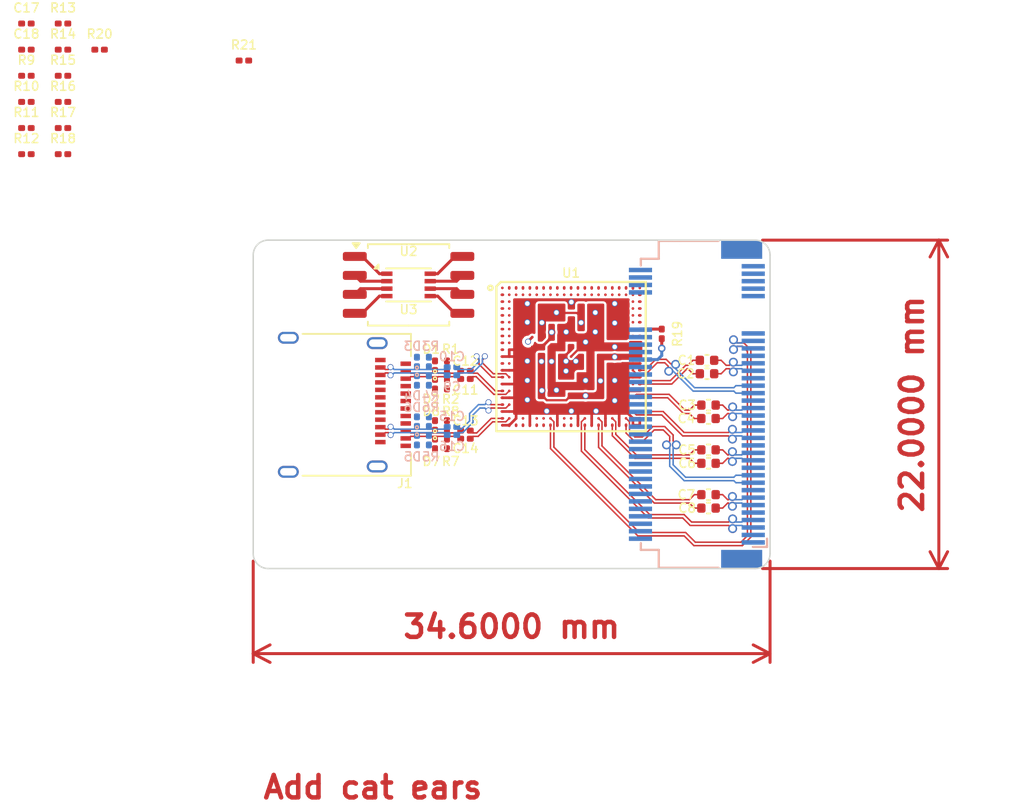
<source format=kicad_pcb>
(kicad_pcb (version 20240108) (generator "pcbnew") (generator_version "8.0")
  (layers (0 "F.Cu" signal) (1 "In1.Cu" signal) (2 "In2.Cu" signal) (31 "B.Cu" signal) (34 "B.Paste" user) (35 "F.Paste" user) (36 "B.SilkS" user "B.Silkscreen") (37 "F.SilkS" user "F.Silkscreen") (38 "B.Mask" user) (39 "F.Mask" user) (44 "Edge.Cuts" user))
  (net 0 "")
  (net 2 "VBUS")
  (net 3 "+3.3V")
  (net 4 "/USB2_C_D+")
  (net 5 "+5V_VBUS")
  (net 23 "0.95V")
  (net 54 "GND")
  (net 60 "/SBU2_C")
  (net 65 "/USB2_C_D-")
  (net 70 "1.8V")
  (net 78 "USB2_D+")
  (net 79 "USB2_D-")
  (net 80 "REFCLK+")
  (net 81 "PCIe_RX3+")
  (net 82 "PCIe_TX3-")
  (net 83 "PCIe_TX2-")
  (net 84 "PCIe_RX2-")
  (net 85 "PCIe_RX0-")
  (net 86 "PCIe_RX0+")
  (net 87 "PCIe_TX0+")
  (net 88 "PCIe_TX0-")
  (net 89 "PCIe_TX1+")
  (net 90 "PCIe_TX1-")
  (net 91 "PCIe_RX1-")
  (net 92 "PCIe_RX1+")
  (net 93 "REFCLK-")
  (net 94 "PCIe_RX3-")
  (net 95 "PCIe_TX3+")
  (net 96 "PCIe_TX2+")
  (net 97 "PCIe_RX2+")
  (net 98 "URX0+")
  (net 99 "URX0-")
  (net 100 "UTX0+")
  (net 101 "UTX0-")
  (net 102 "UTX1-")
  (net 103 "UTX1+")
  (net 104 "URX1-")
  (net 105 "URX1+")
  (net 106 "/CC1_C")
  (net 107 "CC1")
  (net 108 "SBU1")
  (net 109 "CC2")
  (net 110 "SBU2")
  (net 111 "Net-(J2-3.3V-Pad12)")
  (net 130 "PERST#")
  (net 131 "/SBU1_C")
  (net 132 "/CC2_C")
  (net 138 "/URX0_C-")
  (net 139 "/URX0_C+")
  (net 140 "/UTX0_C-")
  (net 141 "/UTX0_C+")
  (net 142 "/URX1_C-")
  (net 143 "/URX1_C+")
  (net 144 "/UTX1_C-")
  (net 145 "/UTX1_C+")
  (net 146 "/PCIe_TX0_C+")
  (net 147 "/PCIe_TX0_C-")
  (net 148 "/PCIe_TX1_C+")
  (net 149 "/PCIe_TX1_C-")
  (net 150 "/PCIe_TX2_C+")
  (net 151 "/PCIe_TX2_C-")
  (net 152 "/PCIe_TX3_C+")
  (net 153 "/PCIe_TX3_C-")
  (net 155 "Net-(J2-~{PEWAKE})")
  (net 156 "Net-(J2-~{PERST})")
  (net 158 "Net-(J2-~{CLKREQ})")
  (net 159 "SPI_HOLD#")
  (net 160 "SPI_WP#")
  (net 163 "+3.3VA")
  (net 164 "SPI_CS#")
  (net 165 "SPI_DI")
  (net 166 "SPI_DO")
  (net 167 "SPI_CLK")
  (footprint "Capacitor_SMD:C_0402_1005Metric" (layer "F.Cu") (at 75.88 87.05)
    (property "Reference" "C7")
    (property "Value" "0.22u")
  )
  (footprint "Resistor_SMD:R_0201_0603Metric" (layer "F.Cu") (at 32.665 62.49)
    (property "Reference" "R17")
    (property "Value" "4.7k")
  )
  (footprint "Capacitor_SMD:C_0201_0603Metric" (layer "F.Cu") (at 59.61 82.76)
    (property "Reference" "C13")
    (property "Value" "0.33u")
  )
  (footprint "Diode_SMD:D_0201_0603Metric" (layer "F.Cu") (at 57.57 82.41 90)
    (property "Reference" "D8")
    (property "Value" "~")
  )
  (footprint "Resistor_SMD:R_0201_0603Metric" (layer "F.Cu") (at 32.665 58.99)
    (property "Reference" "R15")
    (property "Value" "4.7k")
  )
  (footprint "Resistor_SMD:R_0201_0603Metric" (layer "F.Cu") (at 32.665 60.74)
    (property "Reference" "R16")
    (property "Value" "10k")
  )
  (footprint "Capacitor_SMD:C_0402_1005Metric" (layer "F.Cu") (at 75.78 78.05)
    (property "Reference" "C1")
    (property "Value" "0.22u")
  )
  (footprint "Diode_SMD:D_0201_0603Metric" (layer "F.Cu") (at 57.57 78.41 90)
    (property "Reference" "D1")
    (property "Value" "~")
  )
  (footprint "Capacitor_SMD:C_0402_1005Metric" (layer "F.Cu") (at 75.88 84.05)
    (property "Reference" "C5")
    (property "Value" "0.22u")
  )
  (footprint "Capacitor_SMD:C_0201_0603Metric" (layer "F.Cu") (at 59.61 83.3)
    (property "Reference" "C14")
    (property "Value" "0.33u")
  )
  (footprint "Resistor_SMD:R_0201_0603Metric" (layer "F.Cu") (at 30.215 62.49)
    (property "Reference" "R11")
    (property "Value" "0Ω")
  )
  (footprint "Resistor_SMD:R_0201_0603Metric" (layer "F.Cu") (at 32.665 55.49)
    (property "Reference" "R13")
    (property "Value" "0Ω")
  )
  (footprint "Resistor_SMD:R_0201_0603Metric" (layer "F.Cu") (at 32.665 57.24)
    (property "Reference" "R14")
    (property "Value" "0Ω")
  )
  (footprint "Package_SO:SOIC-8_5.23x5.23mm_P1.27mm" (layer "F.Cu") (at 55.8 72.9975)
    (property "Reference" "U2")
    (property "Value" "SPI_SOIC-8")
  )
  (footprint "Resistor_SMD:R_0201_0603Metric" (layer "F.Cu") (at 30.215 58.99)
    (property "Reference" "R9")
    (property "Value" "0Ω")
  )
  (footprint "Resistor_SMD:R_0201_0603Metric" (layer "F.Cu") (at 58.369999 83.65 -90)
    (property "Reference" "R7")
    (property "Value" "220k")
  )
  (footprint "Capacitor_SMD:C_0201_0603Metric" (layer "F.Cu") (at 30.215 55.49)
    (property "Reference" "C17")
    (property "Value" "1u")
  )
  (footprint "Resistor_SMD:R_0201_0603Metric" (layer "F.Cu") (at 32.665 64.24)
    (property "Reference" "R18")
    (property "Value" "4.7k")
  )
  (footprint "Resistor_SMD:R_0201_0603Metric" (layer "F.Cu") (at 44.775 57.97)
    (property "Reference" "R21")
    (property "Value" "0Ω")
  )
  (footprint "Capacitor_SMD:C_0402_1005Metric" (layer "F.Cu") (at 75.88 81.05)
    (property "Reference" "C3")
    (property "Value" "0.22u")
  )
  (footprint "Capacitor_SMD:C_0402_1005Metric" (layer "F.Cu") (at 75.78 78.95)
    (property "Reference" "C2")
    (property "Value" "0.22u")
  )
  (footprint "Capacitor_SMD:C_0201_0603Metric" (layer "F.Cu") (at 59.61 79.3)
    (property "Reference" "C11")
    (property "Value" "0.33u")
  )
  (footprint "Resistor_SMD:R_0201_0603Metric" (layer "F.Cu") (at 58.369999 82.41 90)
    (property "Reference" "R8")
    (property "Value" "220k")
  )
  (footprint "Diode_SMD:D_0201_0603Metric" (layer "F.Cu") (at 57.569999 83.65 -90)
    (property "Reference" "D7")
    (property "Value" "~")
  )
  (footprint "A_my_stuff:ASM2464PD" (layer "F.Cu") (at 66.68 77.8)
    (property "Reference" "U1")
    (property "Value" "~")
  )
  (footprint "Capacitor_SMD:C_0201_0603Metric" (layer "F.Cu") (at 30.215 57.24)
    (property "Reference" "C18")
    (property "Value" "0.1u")
  )
  (footprint "Resistor_SMD:R_0201_0603Metric" (layer "F.Cu") (at 72.75 76.28 -90)
    (property "Reference" "R19")
    (property "Value" "0Ω")
  )
  (footprint "Package_DFN_QFN:DFN-8-1EP_3x2mm_P0.5mm_EP1.3x1.5mm" (layer "F.Cu") (at 55.7975 73)
    (property "Reference" "U3")
    (property "Value" "SPI_DFN-8")
  )
  (footprint "Capacitor_SMD:C_0201_0603Metric" (layer "F.Cu") (at 59.61 78.76)
    (property "Reference" "C12")
    (property "Value" "0.33u")
  )
  (footprint "Resistor_SMD:R_0201_0603Metric" (layer "F.Cu") (at 58.37 78.41 90)
    (property "Reference" "R1")
    (property "Value" "220k")
  )
  (footprint "Resistor_SMD:R_0201_0603Metric" (layer "F.Cu") (at 30.215 60.74)
    (property "Reference" "R10")
    (property "Value" "0Ω")
  )
  (footprint "Resistor_SMD:R_0201_0603Metric" (layer "F.Cu") (at 35.115 57.24)
    (property "Reference" "R20")
    (property "Value" "0Ω")
  )
  (footprint "Resistor_SMD:R_0201_0603Metric" (layer "F.Cu") (at 58.37 79.65 -90)
    (property "Reference" "R2")
    (property "Value" "220k")
  )
  (footprint "Capacitor_SMD:C_0402_1005Metric" (layer "F.Cu") (at 75.88 87.95)
    (property "Reference" "C8")
    (property "Value" "0.22u")
  )
  (footprint "Connector_USB:USB_C_Receptacle_Amphenol_12401610E4-2A" (layer "F.Cu") (at 50.59 81.03 -90)
    (property "Reference" "J1")
    (property "Value" "USB_C_Receptacle")
  )
  (footprint "Resistor_SMD:R_0201_0603Metric" (layer "F.Cu") (at 30.215 64.24)
    (property "Reference" "R12")
    (property "Value" "0Ω")
  )
  (footprint "Capacitor_SMD:C_0402_1005Metric" (layer "F.Cu") (at 75.88 84.95)
    (property "Reference" "C6")
    (property "Value" "0.22u")
  )
  (footprint "Capacitor_SMD:C_0402_1005Metric" (layer "F.Cu") (at 75.88 81.95)
    (property "Reference" "C4")
    (property "Value" "0.22u")
  )
  (footprint "Diode_SMD:D_0201_0603Metric" (layer "F.Cu") (at 57.57 79.65 -90)
    (property "Reference" "D2")
    (property "Value" "~")
  )
  (footprint "A_my_stuff:m-key" (layer "B.Cu") (at 73.6 81 90)
    (property "Reference" "J2")
    (property "Value" "Bus_M.2_Socket_M")
  )
  (footprint "Capacitor_SMD:C_0201_0603Metric" (layer "B.Cu") (at 58.704998 78.509999)
    (property "Reference" "C10")
    (property "Value" "0.33u")
  )
  (footprint "Diode_SMD:D_0201_0603Metric" (layer "B.Cu") (at 56.36 83.4 -90)
    (property "Reference" "D5")
    (property "Value" "~")
  )
  (footprint "Resistor_SMD:R_0201_0603Metric" (layer "B.Cu") (at 57.16 78.16 90)
    (property "Reference" "R3")
    (property "Value" "220k")
  )
  (footprint "Resistor_SMD:R_0201_0603Metric" (layer "B.Cu") (at 57.16 79.4 -90)
    (property "Reference" "R4")
    (property "Value" "220k")
  )
  (footprint "Capacitor_SMD:C_0201_0603Metric" (layer "B.Cu") (at 58.704998 79.049999)
    (property "Reference" "C9")
    (property "Value" "0.33u")
  )
  (footprint "Capacitor_SMD:C_0201_0603Metric" (layer "B.Cu") (at 58.704998 82.51)
    (property "Reference" "C15")
    (property "Value" "0.33u")
  )
  (footprint "Resistor_SMD:R_0201_0603Metric" (layer "B.Cu") (at 57.16 82.16 90)
    (property "Reference" "R6")
    (property "Value" "220k")
  )
  (footprint "Diode_SMD:D_0201_0603Metric" (layer "B.Cu") (at 56.36 79.4 -90)
    (property "Reference" "D4")
    (property "Value" "~")
  )
  (footprint "Diode_SMD:D_0201_0603Metric" (layer "B.Cu") (at 56.36 82.16 90)
    (property "Reference" "D6")
    (property "Value" "~")
  )
  (footprint "Diode_SMD:D_0201_0603Metric" (layer "B.Cu") (at 56.36 78.16 90)
    (property "Reference" "D3")
    (property "Value" "~")
  )
  (footprint "Capacitor_SMD:C_0201_0603Metric" (layer "B.Cu") (at 58.704998 83.05)
    (property "Reference" "C16")
    (property "Value" "0.33u")
  )
  (footprint "Resistor_SMD:R_0201_0603Metric" (layer "B.Cu") (at 57.16 83.4 -90)
    (property "Reference" "R5")
    (property "Value" "220k")
  )
  (gr_arc (start 79 69.999999) (mid 79.707107 70.292893) (end 80.000001 71) (stroke (width 0.1)) (layer "Edge.Cuts"))
  (gr_line (start 80.000001 71) (end 80.000001 91) (stroke (width 0.1)) (layer "Edge.Cuts"))
  (gr_arc (start 80.000001 91) (mid 79.707107 91.707107) (end 79 92.000001) (stroke (width 0.1)) (layer "Edge.Cuts"))
  (gr_arc (start 46.4 92.000001) (mid 45.692893 91.707107) (end 45.399999 91) (stroke (width 0.1)) (layer "Edge.Cuts"))
  (gr_arc (start 45.4 71) (mid 45.692893 70.292893) (end 46.4 70) (stroke (width 0.1)) (layer "Edge.Cuts"))
  (gr_line (start 46.4 70) (end 79 69.999999) (stroke (width 0.1)) (layer "Edge.Cuts"))
  (gr_line (start 79 92.000001) (end 46.4 92.000001) (stroke (width 0.1)) (layer "Edge.Cuts"))
  (gr_line (start 45.399999 91) (end 45.4 71) (stroke (width 0.1)) (layer "Edge.Cuts"))
  (gr_text "Add cat ears" (at 45.93 107.53 0) (layer "F.Cu") (effects (font (size 1.5 1.5) (thickness 0.3) (bold yes)) (justify left bottom)))
  (dimension (type aligned) (layer "F.Cu") (pts (xy 80.000001 91) (xy 45.399999 91)) (height -6.7) (gr_text "34.6000 mm" (at 62.7 95.9 0) (layer "F.Cu") (effects (font (size 1.5 1.5) (thickness 0.3)))) (format (prefix "") (suffix "") (units 3) (units_format 1) (precision 4)) (style (thickness 0.2) (arrow_length 1.27) (text_position_mode 0) (extension_height 0.58642) (extension_offset 0.5) keep_text_aligned))
  (dimension (type aligned) (layer "F.Cu") (pts (xy 79 69.999999) (xy 79 92.000001)) (height -12.3) (gr_text "22.0000 mm" (at 89.5 81 90) (layer "F.Cu") (effects (font (size 1.5 1.5) (thickness 0.3)))) (format (prefix "") (suffix "") (units 3) (units_format 1) (precision 4)) (style (thickness 0.2) (arrow_length 1.27) (text_position_mode 0) (extension_height 0.58642) (extension_offset 0.5) keep_text_aligned))
  (segment (start 66.03 75.2) (end 66.03 75.07) (width 0.15) (layer "F.Cu") (net 3))
  (segment (start 67.075 74.875) (end 67.33 75.13) (width 0.15) (layer "F.Cu") (net 3))
  (segment (start 66.225 74.875) (end 67.075 74.875) (width 0.15) (layer "F.Cu") (net 3))
  (segment (start 58.9075 71.0925) (end 59.4 71.0925) (width 0.2) (layer "F.Cu") (net 3))
  (segment (start 66.03 75.07) (end 66.225 74.875) (width 0.15) (layer "F.Cu") (net 3))
  (segment (start 57.2475 72.25) (end 57.75 72.25) (width 0.2) (layer "F.Cu") (net 3))
  (segment (start 67.33 75.13) (end 67.33 75.2) (width 0.15) (layer "F.Cu") (net 3))
  (segment (start 57.75 72.25) (end 58.9075 71.0925) (width 0.2) (layer "F.Cu") (net 3))
  (via (at 65.7 74.85) (size 0.4) (drill 0.3) (layers "F.Cu" "B.Cu") (net 3))
  (via (at 67.35 75.525) (size 0.4) (drill 0.3) (layers "F.Cu" "B.Cu") (net 3))
  (via (at 64.725 75.525) (size 0.4) (drill 0.3) (layers "F.Cu" "B.Cu") (net 3))
  (segment (start 66.68 77.8) (end 67.33 77.15) (width 0.15) (layer "F.Cu") (net 23))
  (via (at 65.375 78.125) (size 0.4) (drill 0.3) (layers "F.Cu" "B.Cu") (net 23))
  (via (at 67.65 79.4) (size 0.4) (drill 0.3) (layers "F.Cu" "B.Cu") (net 23))
  (via (at 68.3 74.85) (size 0.4) (drill 0.3) (layers "F.Cu" "B.Cu") (net 23))
  (via (at 65.7 80.05) (size 0.4) (drill 0.3) (layers "F.Cu" "B.Cu") (net 23))
  (via (at 68.3 76.15) (size 0.4) (drill 0.3) (layers "F.Cu" "B.Cu") (net 23))
  (via (at 67.65 76.825) (size 0.4) (drill 0.3) (layers "F.Cu" "B.Cu") (net 23))
  (via (at 69.6 77.15) (size 0.4) (drill 0.3) (layers "F.Cu" "B.Cu") (net 23))
  (via (at 66.35 76.15) (size 0.4) (drill 0.3) (layers "F.Cu" "B.Cu") (net 23))
  (segment (start 54.3475 73.75) (end 53.85 73.75) (width 0.2) (layer "F.Cu") (net 54))
  (segment (start 71.28 82.4) (end 70.82 82.4) (width 0.18) (layer "F.Cu") (net 54))
  (segment (start 71.28 79.18) (end 70.01 79.18) (width 0.18) (layer "F.Cu") (net 54))
  (segment (start 67.14 81.24) (end 67.33 81.05) (width 0.18) (layer "F.Cu") (net 54))
  (segment (start 63 81.94) (end 63 81.48) (width 0.18) (layer "F.Cu") (net 54))
  (segment (start 70.01 79.18) (end 69.93 79.1) (width 0.18) (layer "F.Cu") (net 54))
  (segment (start 68.98 81.35) (end 68.98 82.4) (width 0.18) (layer "F.Cu") (net 54))
  (segment (start 65.76 82.4) (end 65.76 81.32) (width 0.18) (layer "F.Cu") (net 54))
  (segment (start 63 81.48) (end 63.43 81.05) (width 0.18) (layer "F.Cu") (net 54))
  (segment (start 64.73 77.15) (end 65.38 76.5) (width 0.18) (layer "F.Cu") (net 54))
  (segment (start 62.08 77.8) (end 63.43 77.8) (width 0.18) (layer "F.Cu") (net 54))
  (segment (start 71.28 78.26) (end 70.12 78.26) (width 0.18) (layer "F.Cu") (net 54))
  (segment (start 70.82 81.94) (end 71.28 81.94) (width 0.18) (layer "F.Cu") (net 54))
  (segment (start 52.6975 74.9025) (end 52.2 74.9025) (width 0.2) (layer "F.Cu") (net 54))
  (segment (start 71.28 82.4) (end 71.28 81.94) (width 0.18) (layer "F.Cu") (net 54))
  (segment (start 62.54 81.48) (end 63 81.48) (width 0.18) (layer "F.Cu") (net 54))
  (segment (start 62.54 82.4) (end 63 81.94) (width 0.18) (layer "F.Cu") (net 54))
  (segment (start 63.27 80.56) (end 63.43 80.4) (width 0.18) (layer "F.Cu") (net 54))
  (segment (start 63.24 77.34) (end 63.43 77.15) (width 0.18) (layer "F.Cu") (net 54))
  (segment (start 70.82 81.94) (end 70.82 82.4) (width 0.18) (layer "F.Cu") (net 54))
  (segment (start 63.05 78.72) (end 63.43 79.1) (width 0.18) (layer "F.Cu") (net 54))
  (segment (start 70.28 80.1) (end 69.93 79.75) (width 0.18) (layer "F.Cu") (net 54))
  (segment (start 62.08 80.56) (end 63.27 80.56) (width 0.18) (layer "F.Cu") (net 54))
  (segment (start 67.14 82.4) (end 67.14 81.24) (width 0.18) (layer "F.Cu") (net 54))
  (segment (start 69.9 81.08) (end 69.93 81.05) (width 0.18) (layer "F.Cu") (net 54))
  (segment (start 69.28 81.05) (end 68.98 81.35) (width 0.18) (layer "F.Cu") (net 54))
  (segment (start 62.08 82.4) (end 62.54 82.4) (width 0.18) (layer "F.Cu") (net 54))
  (segment (start 63.92 82.4) (end 63.92 81.21) (width 0.18) (layer "F.Cu") (net 54))
  (segment (start 62.54 77.34) (end 62.54 77.8) (width 0.18) (layer "F.Cu") (net 54))
  (segment (start 70.82 81.94) (end 69.93 81.05) (width 0.18) (layer "F.Cu") (net 54))
  (segment (start 69.9 82.4) (end 69.9 81.08) (width 0.18) (layer "F.Cu") (net 54))
  (segment (start 62.54 77.34) (end 63.24 77.34) (width 0.18) (layer "F.Cu") (net 54))
  (segment (start 63.32 79.64) (end 63.43 79.75) (width 0.18) (layer "F.Cu") (net 54))
  (segment (start 69.96 81.02) (end 69.93 81.05) (width 0.18) (layer "F.Cu") (net 54))
  (segment (start 71.28 80.1) (end 70.28 80.1) (width 0.18) (layer "F.Cu") (net 54))
  (segment (start 68.06 81.13) (end 67.98 81.05) (width 0.18) (layer "F.Cu") (net 54))
  (segment (start 65.76 81.32) (end 66.03 81.05) (width 0.18) (layer "F.Cu") (net 54))
  (segment (start 62.08 78.72) (end 63.05 78.72) (width 0.18) (layer "F.Cu") (net 54))
  (segment (start 68.06 82.4) (end 68.06 81.13) (width 0.18) (layer "F.Cu") (net 54))
  (segment (start 71.28 81.02) (end 69.96 81.02) (width 0.18) (layer "F.Cu") (net 54))
  (segment (start 63.92 81.21) (end 64.08 81.05) (width 0.18) (layer "F.Cu") (net 54))
  (segment (start 62.08 79.64) (end 63.32 79.64) (width 0.18) (layer "F.Cu") (net 54))
  (segment (start 70.12 78.26) (end 69.93 78.45) (width 0.18) (layer "F.Cu") (net 54))
  (segment (start 62.08 81.48) (end 62.54 81.48) (width 0.18) (layer "F.Cu") (net 54))
  (segment (start 53.85 73.75) (end 52.6975 74.9025) (width 0.2) (layer "F.Cu") (net 54))
  (via (at 66.7 81.45) (size 0.4) (drill 0.3) (layers "F.Cu" "B.Cu") (net 54))
  (via (at 66.34 78.77) (size 0.4) (drill 0.3) (layers "F.Cu" "B.Cu") (net 54))
  (via (at 63.75 75.5) (size 0.4) (drill 0.3) (layers "F.Cu" "B.Cu") (net 54))
  (via (at 65.05 81.45) (size 0.4) (drill 0.3) (layers "F.Cu" "B.Cu") (net 54))
  (via (at 63.75 80.7) (size 0.4) (drill 0.3) (layers "F.Cu" "B.Cu") (net 54))
  (via (at 69.6 74.25) (size 0.4) (drill 0.3) (layers "F.Cu" "B.Cu") (net 54))
  (via (at 63.75 79.4) (size 0.4) (drill 0.3) (layers "F.Cu" "B.Cu") (net 54))
  (via (at 65.38 76.17) (size 0.4) (drill 0.3) (layers "F.Cu" "B.Cu") (net 54))
  (via (at 66.34 78.11) (size 0.4) (drill 0.3) (layers "F.Cu" "B.Cu") (net 54))
  (via (at 69.6 75.55) (size 0.4) (drill 0.3) (layers "F.Cu" "B.Cu") (net 54))
  (via (at 69.6 80.75) (size 0.4) (drill 0.3) (layers "F.Cu" "B.Cu") (net 54))
  (via (at 63.75 78.1) (size 0.4) (drill 0.3) (layers "F.Cu" "B.Cu") (net 54))
  (via (at 69.6 79.4) (size 0.4) (drill 0.3) (layers "F.Cu" "B.Cu") (net 54))
  (via (at 63.75 74.25) (size 0.4) (drill 0.3) (layers "F.Cu" "B.Cu") (net 54))
  (via (at 68.35 81.45) (size 0.4) (drill 0.3) (layers "F.Cu" "B.Cu") (net 54))
  (via (at 66.7 74.15) (size 0.4) (drill 0.3) (layers "F.Cu" "B.Cu") (net 54))
  (via (at 67 78.11) (size 0.4) (drill 0.3) (layers "F.Cu" "B.Cu") (net 54))
  (segment (start 66.355 80.725) (end 66.68 80.4) (width 0.15) (layer "F.Cu") (net 70))
  (segment (start 64.73 80.4) (end 65.055 80.725) (width 0.15) (layer "F.Cu") (net 70))
  (segment (start 65.055 80.725) (end 66.355 80.725) (width 0.15) (layer "F.Cu") (net 70))
  (via (at 67.65 80.425) (size 0.4) (drill 0.3) (layers "F.Cu" "B.Cu") (net 70))
  (via (at 64.7 78.125) (size 0.4) (drill 0.3) (layers "F.Cu" "B.Cu") (net 70))
  (via (at 64.725 80.075) (size 0.4) (drill 0.3) (layers "F.Cu" "B.Cu") (net 70))
  (via (at 68.65 79.425) (size 0.4) (drill 0.3) (layers "F.Cu" "B.Cu") (net 70))
  (via (at 69.6 77.825) (size 0.4) (drill 0.3) (layers "F.Cu" "B.Cu") (net 70))
  (segment (start 78.247636 76.885) (end 78.715 77.352364) (width 0.1) (layer "F.Cu") (net 80))
  (segment (start 78.715 89.897636) (end 78.147636 90.465) (width 0.1) (layer "F.Cu") (net 80))
  (segment (start 74.902364 90.465) (end 74.252364 89.815) (width 0.1) (layer "F.Cu") (net 80))
  (segment (start 77.703557 76.825) (end 77.760664 76.825) (width 0.1) (layer "F.Cu") (net 80))
  (segment (start 71.152364 89.815) (end 65.3 83.962636) (width 0.1) (layer "F.Cu") (net 80))
  (segment (start 77.760664 76.825) (end 77.820664 76.885) (width 0.1) (layer "F.Cu") (net 80))
  (segment (start 65.3 83.962636) (end 65.3 82.4) (width 0.1) (layer "F.Cu") (net 80))
  (segment (start 78.147636 90.465) (end 74.902364 90.465) (width 0.1) (layer "F.Cu") (net 80))
  (segment (start 77.820664 76.885) (end 78.247636 76.885) (width 0.1) (layer "F.Cu") (net 80))
  (segment (start 74.252364 89.815) (end 71.152364 89.815) (width 0.1) (layer "F.Cu") (net 80))
  (segment (start 77.553557 76.675) (end 77.703557 76.825) (width 0.1) (layer "F.Cu") (net 80))
  (segment (start 78.715 77.352364) (end 78.715 89.897636) (width 0.1) (layer "F.Cu") (net 80))
  (via (at 77.553557 76.675) (size 0.6) (drill 0.4) (layers "F.Cu" "B.Cu") (net 80))
  (segment (start 78.875 76.75) (end 78.25 76.75) (width 0.1) (layer "B.Cu") (net 80))
  (segment (start 77.763557 76.885) (end 77.553557 76.675) (width 0.1) (layer "B.Cu") (net 80))
  (segment (start 78.25 76.75) (end 78.115 76.885) (width 0.1) (layer "B.Cu") (net 80))
  (segment (start 78.115 76.885) (end 77.763557 76.885) (width 0.1) (layer "B.Cu") (net 80))
  (segment (start 77.228421 88.885) (end 74.747636 88.885) (width 0.1) (layer "F.Cu") (net 81))
  (segment (start 77.495528 88.675) (end 77.345528 88.825) (width 0.1) (layer "F.Cu") (net 81))
  (segment (start 77.288421 88.825) (end 77.228421 88.885) (width 0.1) (layer "F.Cu") (net 81))
  (segment (start 77.345528 88.825) (end 77.288421 88.825) (width 0.1) (layer "F.Cu") (net 81))
  (segment (start 74.747636 88.885) (end 74.247636 88.385) (width 0.1) (layer "F.Cu") (net 81))
  (segment (start 71.947636 88.385) (end 67.6 84.037364) (width 0.1) (layer "F.Cu") (net 81))
  (segment (start 67.6 84.037364) (end 67.6 82.4) (width 0.1) (layer "F.Cu") (net 81))
  (segment (start 74.247636 88.385) (end 71.947636 88.385) (width 0.1) (layer "F.Cu") (net 81))
  (via (at 77.495528 88.675) (size 0.6) (drill 0.4) (layers "F.Cu" "B.Cu") (net 81))
  (segment (start 78.115 88.885) (end 77.705528 88.885) (width 0.1) (layer "B.Cu") (net 81))
  (segment (start 78.875 88.75) (end 78.25 88.75) (width 0.1) (layer "B.Cu") (net 81))
  (segment (start 78.25 88.75) (end 78.115 88.885) (width 0.1) (layer "B.Cu") (net 81))
  (segment (start 77.705528 88.885) (end 77.495528 88.675) (width 0.1) (layer "B.Cu") (net 81))
  (segment (start 72.252364 87.615) (end 68.52 83.882636) (width 0.1) (layer "F.Cu") (net 82))
  (segment (start 74.599999 87.615) (end 72.252364 87.615) (width 0.1) (layer "F.Cu") (net 82))
  (segment (start 68.52 83.882636) (end 68.52 82.4) (width 0.1) (layer "F.Cu") (net 82))
  (segment (start 74.934999 87.95) (end 74.599999 87.615) (width 0.1) (layer "F.Cu") (net 82))
  (segment (start 75.4 87.95) (end 74.934999 87.95) (width 0.1) (layer "F.Cu") (net 82))
  (segment (start 74.599999 84.615) (end 70.952364 84.615) (width 0.1) (layer "F.Cu") (net 83))
  (segment (start 70.952364 84.615) (end 69.44 83.102636) (width 0.1) (layer "F.Cu") (net 83))
  (segment (start 69.44 83.102636) (end 69.44 82.4) (width 0.1) (layer "F.Cu") (net 83))
  (segment (start 75.4 84.95) (end 74.934999 84.95) (width 0.1) (layer "F.Cu") (net 83))
  (segment (start 74.934999 84.95) (end 74.599999 84.615) (width 0.1) (layer "F.Cu") (net 83))
  (segment (start 73.281987 83.449862) (end 73.221987 83.509862) (width 0.1) (layer "F.Cu") (net 84))
  (segment (start 73.281987 83.144623) (end 73.281987 83.449862) (width 0.1) (layer "F.Cu") (net 84))
  (segment (start 70.36 82.922636) (end 70.852364 83.415) (width 0.1) (layer "F.Cu") (net 84))
  (segment (start 73.221987 83.509862) (end 73.221987 83.566969) (width 0.1) (layer "F.Cu") (net 84))
  (segment (start 70.36 82.4) (end 70.36 82.922636) (width 0.1) (layer "F.Cu") (net 84))
  (segment (start 70.852364 83.415) (end 71.547636 83.415) (width 0.1) (layer "F.Cu") (net 84))
  (segment (start 71.547636 83.415) (end 72.247636 82.715) (width 0.1) (layer "F.Cu") (net 84))
  (segment (start 72.247636 82.715) (end 72.852364 82.715) (width 0.1) (layer "F.Cu") (net 84))
  (segment (start 72.852364 82.715) (end 73.281987 83.144623) (width 0.1) (layer "F.Cu") (net 84))
  (segment (start 73.221987 83.566969) (end 73.071987 83.716969) (width 0.1) (layer "F.Cu") (net 84))
  (via (at 73.071987 83.716969) (size 0.6) (drill 0.4) (layers "F.Cu" "B.Cu") (net 84))
  (segment (start 74.252364 86.115) (end 73.281987 85.144623) (width 0.1) (layer "B.Cu") (net 84))
  (segment (start 73.281987 83.926969) (end 73.071987 83.716969) (width 0.1) (layer "B.Cu") (net 84))
  (segment (start 73.281987 85.144623) (end 73.281987 83.926969) (width 0.1) (layer "B.Cu") (net 84))
  (segment (start 78.875 86.25) (end 77.712499 86.25) (width 0.1) (layer "B.Cu") (net 84))
  (segment (start 77.712499 86.25) (end 77.577499 86.115) (width 0.1) (layer "B.Cu") (net 84))
  (segment (start 77.577499 86.115) (end 74.252364 86.115) (width 0.1) (layer "B.Cu") (net 84))
  (segment (start 73.22019 78.567677) (end 73.22019 78.77981) (width 0.1) (layer "F.Cu") (net 85))
  (segment (start 73.17981 78.527297) (end 73.22019 78.567677) (width 0.1) (layer "F.Cu") (net 85))
  (segment (start 70.82 78.72) (end 71.05 78.95) (width 0.1) (layer "F.Cu") (net 85))
  (segment (start 72.447636 78.215) (end 72.952365 78.215) (width 0.1) (layer "F.Cu") (net 85))
  (segment (start 71.712636 78.95) (end 72.447636 78.215) (width 0.1) (layer "F.Cu") (net 85))
  (segment (start 72.952365 78.215) (end 73.17981 78.442445) (width 0.1) (layer "F.Cu") (net 85))
  (segment (start 73.17981 78.442445) (end 73.17981 78.527297) (width 0.1) (layer "F.Cu") (net 85))
  (segment (start 71.05 78.95) (end 71.712636 78.95) (width 0.1) (layer "F.Cu") (net 85))
  (via (at 73.22019 78.77981) (size 0.6) (drill 0.4) (layers "F.Cu" "B.Cu") (net 85))
  (segment (start 78.875 80.25) (end 77.712499 80.25) (width 0.1) (layer "B.Cu") (net 85))
  (segment (start 77.712499 80.25) (end 77.577499 80.115) (width 0.1) (layer "B.Cu") (net 85))
  (segment (start 77.577499 80.115) (end 74.852365 80.115) (width 0.1) (layer "B.Cu") (net 85))
  (segment (start 73.517175 78.77981) (end 73.22019 78.77981) (width 0.1) (layer "B.Cu") (net 85))
  (segment (start 74.852365 80.115) (end 73.517175 78.77981) (width 0.1) (layer "B.Cu") (net 85))
  (segment (start 71.617364 78.72) (end 72.352364 77.985) (width 0.1) (layer "F.Cu") (net 86))
  (segment (start 73.427297 78.27981) (end 73.467677 78.32019) (width 0.1) (layer "F.Cu") (net 86))
  (segment (start 71.28 78.72) (end 71.617364 78.72) (width 0.1) (layer "F.Cu") (net 86))
  (segment (start 73.467677 78.32019) (end 73.67981 78.32019) (width 0.1) (layer "F.Cu") (net 86))
  (segment (start 73.047635 77.985) (end 73.342445 78.27981) (width 0.1) (layer "F.Cu") (net 86))
  (segment (start 73.342445 78.27981) (end 73.427297 78.27981) (width 0.1) (layer "F.Cu") (net 86))
  (segment (start 72.352364 77.985) (end 73.047635 77.985) (width 0.1) (layer "F.Cu") (net 86))
  (via (at 73.67981 78.32019) (size 0.6) (drill 0.4) (layers "F.Cu" "B.Cu") (net 86))
  (segment (start 74.947635 79.885) (end 73.67981 78.617175) (width 0.1) (layer "B.Cu") (net 86))
  (segment (start 77.577499 79.885) (end 74.947635 79.885) (width 0.1) (layer "B.Cu") (net 86))
  (segment (start 78.875 79.75) (end 77.712499 79.75) (width 0.1) (layer "B.Cu") (net 86))
  (segment (start 77.712499 79.75) (end 77.577499 79.885) (width 0.1) (layer "B.Cu") (net 86))
  (segment (start 73.67981 78.617175) (end 73.67981 78.32019) (width 0.1) (layer "B.Cu") (net 86))
  (segment (start 73.327364 79.41) (end 71.05 79.41) (width 0.1) (layer "F.Cu") (net 87))
  (segment (start 71.05 79.41) (end 70.82 79.64) (width 0.1) (layer "F.Cu") (net 87))
  (segment (start 74.834999 78.05) (end 74.499999 78.385) (width 0.1) (layer "F.Cu") (net 87))
  (segment (start 75.3 78.05) (end 74.834999 78.05) (width 0.1) (layer "F.Cu") (net 87))
  (segment (start 74.499999 78.385) (end 74.352364 78.385) (width 0.1) (layer "F.Cu") (net 87))
  (segment (start 74.352364 78.385) (end 73.327364 79.41) (width 0.1) (layer "F.Cu") (net 87))
  (segment (start 73.422636 79.64) (end 71.28 79.64) (width 0.1) (layer "F.Cu") (net 88))
  (segment (start 74.834999 78.95) (end 74.499999 78.615) (width 0.1) (layer "F.Cu") (net 88))
  (segment (start 74.447636 78.615) (end 73.422636 79.64) (width 0.1) (layer "F.Cu") (net 88))
  (segment (start 75.3 78.95) (end 74.834999 78.95) (width 0.1) (layer "F.Cu") (net 88))
  (segment (start 74.499999 78.615) (end 74.447636 78.615) (width 0.1) (layer "F.Cu") (net 88))
  (segment (start 74.599999 81.385) (end 74.934999 81.05) (width 0.1) (layer "F.Cu") (net 89))
  (segment (start 71.05 80.33) (end 73.242636 80.33) (width 0.1) (layer "F.Cu") (net 89))
  (segment (start 73.242636 80.33) (end 74.297636 81.385) (width 0.1) (layer "F.Cu") (net 89))
  (segment (start 74.297636 81.385) (end 74.599999 81.385) (width 0.1) (layer "F.Cu") (net 89))
  (segment (start 74.934999 81.05) (end 75.4 81.05) (width 0.1) (layer "F.Cu") (net 89))
  (segment (start 70.82 80.56) (end 71.05 80.33) (width 0.1) (layer "F.Cu") (net 89))
  (segment (start 74.202364 81.615) (end 74.599999 81.615) (width 0.1) (layer "F.Cu") (net 90))
  (segment (start 74.599999 81.615) (end 74.934999 81.95) (width 0.1) (layer "F.Cu") (net 90))
  (segment (start 74.934999 81.95) (end 75.4 81.95) (width 0.1) (layer "F.Cu") (net 90))
  (segment (start 73.147364 80.56) (end 74.202364 81.615) (width 0.1) (layer "F.Cu") (net 90))
  (segment (start 71.28 80.56) (end 73.147364 80.56) (width 0.1) (layer "F.Cu") (net 90))
  (segment (start 74.152364 83.115) (end 77.212498 83.115) (width 0.1) (layer "F.Cu") (net 91))
  (segment (start 77.329605 83.175) (end 77.479605 83.325) (width 0.1) (layer "F.Cu") (net 91))
  (segment (start 71.05 81.71) (end 72.747364 81.71) (width 0.1) (layer "F.Cu") (net 91))
  (segment (start 70.82 81.48) (end 71.05 81.71) (width 0.1) (layer "F.Cu") (net 91))
  (segment (start 77.212498 83.115) (end 77.272498 83.175) (width 0.1) (layer "F.Cu") (net 91))
  (segment (start 72.747364 81.71) (end 74.152364 83.115) (width 0.1) (layer "F.Cu") (net 91))
  (segment (start 77.272498 83.175) (end 77.329605 83.175) (width 0.1) (layer "F.Cu") (net 91))
  (via (at 77.479605 83.325) (size 0.6) (drill 0.4) (layers "F.Cu" "B.Cu") (net 91))
  (segment (start 78.115 83.115) (end 77.689605 83.115) (width 0.1) (layer "B.Cu") (net 91))
  (segment (start 78.875 83.25) (end 78.25 83.25) (width 0.1) (layer "B.Cu") (net 91))
  (segment (start 77.689605 83.115) (end 77.479605 83.325) (width 0.1) (layer "B.Cu") (net 91))
  (segment (start 78.25 83.25) (end 78.115 83.115) (width 0.1) (layer "B.Cu") (net 91))
  (segment (start 77.272498 82.825) (end 77.329605 82.825) (width 0.1) (layer "F.Cu") (net 92))
  (segment (start 77.329605 82.825) (end 77.479605 82.675) (width 0.1) (layer "F.Cu") (net 92))
  (segment (start 77.212498 82.885) (end 77.272498 82.825) (width 0.1) (layer "F.Cu") (net 92))
  (segment (start 71.28 81.48) (end 72.842636 81.48) (width 0.1) (layer "F.Cu") (net 92))
  (segment (start 72.842636 81.48) (end 74.247636 82.885) (width 0.1) (layer "F.Cu") (net 92))
  (segment (start 74.247636 82.885) (end 77.212498 82.885) (width 0.1) (layer "F.Cu") (net 92))
  (via (at 77.479605 82.675) (size 0.6) (drill 0.4) (layers "F.Cu" "B.Cu") (net 92))
  (segment (start 78.115 82.885) (end 77.689605 82.885) (width 0.1) (layer "B.Cu") (net 92))
  (segment (start 78.875 82.75) (end 78.25 82.75) (width 0.1) (layer "B.Cu") (net 92))
  (segment (start 78.25 82.75) (end 78.115 82.885) (width 0.1) (layer "B.Cu") (net 92))
  (segment (start 77.689605 82.885) (end 77.479605 82.675) (width 0.1) (layer "B.Cu") (net 92))
  (segment (start 65.53 82.17) (end 65.3 81.94) (width 0.1) (layer "F.Cu") (net 93))
  (segment (start 74.347636 89.585) (end 71.247636 89.585) (width 0.1) (layer "F.Cu") (net 93))
  (segment (start 77.760664 77.175) (end 77.820664 77.115) (width 0.1) (layer "F.Cu") (net 93))
  (segment (start 65.53 83.867364) (end 65.53 82.17) (width 0.1) (layer "F.Cu") (net 93))
  (segment (start 78.152364 77.115) (end 78.485 77.447636) (width 0.1) (layer "F.Cu") (net 93))
  (segment (start 71.247636 89.585) (end 65.53 83.867364) (width 0.1) (layer "F.Cu") (net 93))
  (segment (start 74.997636 90.235) (end 74.347636 89.585) (width 0.1) (layer "F.Cu") (net 93))
  (segment (start 77.703557 77.175) (end 77.760664 77.175) (width 0.1) (layer "F.Cu") (net 93))
  (segment (start 77.553557 77.325) (end 77.703557 77.175) (width 0.1) (layer "F.Cu") (net 93))
  (segment (start 78.485 89.802364) (end 78.052364 90.235) (width 0.1) (layer "F.Cu") (net 93))
  (segment (start 77.820664 77.115) (end 78.152364 77.115) (width 0.1) (layer "F.Cu") (net 93))
  (segment (start 78.052364 90.235) (end 74.997636 90.235) (width 0.1) (layer "F.Cu") (net 93))
  (segment (start 78.485 77.447636) (end 78.485 89.802364) (width 0.1) (layer "F.Cu") (net 93))
  (via (at 77.553557 77.325) (size 0.6) (drill 0.4) (layers "F.Cu" "B.Cu") (net 93))
  (segment (start 78.25 77.25) (end 78.115 77.115) (width 0.1) (layer "B.Cu") (net 93))
  (segment (start 78.115 77.115) (end 77.763557 77.115) (width 0.1) (layer "B.Cu") (net 93))
  (segment (start 78.875 77.25) (end 78.25 77.25) (width 0.1) (layer "B.Cu") (net 93))
  (segment (start 77.763557 77.115) (end 77.553557 77.325) (width 0.1) (layer "B.Cu") (net 93))
  (segment (start 74.652364 89.115) (end 74.152364 88.615) (width 0.1) (layer "F.Cu") (net 94))
  (segment (start 77.228421 89.115) (end 74.652364 89.115) (width 0.1) (layer "F.Cu") (net 94))
  (segment (start 77.288421 89.175) (end 77.228421 89.115) (width 0.1) (layer "F.Cu") (net 94))
  (segment (start 67.37 82.17) (end 67.6 81.94) (width 0.1) (layer "F.Cu") (net 94))
  (segment (start 71.852364 88.615) (end 67.37 84.132636) (width 0.1) (layer "F.Cu") (net 94))
  (segment (start 67.37 84.132636) (end 67.37 82.17) (width 0.1) (layer "F.Cu") (net 94))
  (segment (start 77.345528 89.175) (end 77.288421 89.175) (width 0.1) (layer "F.Cu") (net 94))
  (segment (start 74.152364 88.615) (end 71.852364 88.615) (width 0.1) (layer "F.Cu") (net 94))
  (segment (start 77.495528 89.325) (end 77.345528 89.175) (width 0.1) (layer "F.Cu") (net 94))
  (via (at 77.495528 89.325) (size 0.6) (drill 0.4) (layers "F.Cu" "B.Cu") (net 94))
  (segment (start 78.25 89.25) (end 78.115 89.115) (width 0.1) (layer "B.Cu") (net 94))
  (segment (start 77.705528 89.115) (end 77.495528 89.325) (width 0.1) (layer "B.Cu") (net 94))
  (segment (start 78.115 89.115) (end 77.705528 89.115) (width 0.1) (layer "B.Cu") (net 94))
  (segment (start 78.875 89.25) (end 78.25 89.25) (width 0.1) (layer "B.Cu") (net 94))
  (segment (start 74.934999 87.05) (end 74.599999 87.385) (width 0.1) (layer "F.Cu") (net 95))
  (segment (start 74.599999 87.385) (end 72.347636 87.385) (width 0.1) (layer "F.Cu") (net 95))
  (segment (start 72.347636 87.385) (end 68.75 83.787364) (width 0.1) (layer "F.Cu") (net 95))
  (segment (start 75.4 87.05) (end 74.934999 87.05) (width 0.1) (layer "F.Cu") (net 95))
  (segment (start 68.75 83.787364) (end 68.75 82.17) (width 0.1) (layer "F.Cu") (net 95))
  (segment (start 68.75 82.17) (end 68.52 81.94) (width 0.1) (layer "F.Cu") (net 95))
  (segment (start 71.047636 84.385) (end 69.67 83.007364) (width 0.1) (layer "F.Cu") (net 96))
  (segment (start 69.67 82.17) (end 69.44 81.94) (width 0.1) (layer "F.Cu") (net 96))
  (segment (start 75.4 84.05) (end 74.934999 84.05) (width 0.1) (layer "F.Cu") (net 96))
  (segment (start 74.934999 84.05) (end 74.599999 84.385) (width 0.1) (layer "F.Cu") (net 96))
  (segment (start 69.67 83.007364) (end 69.67 82.17) (width 0.1) (layer "F.Cu") (net 96))
  (segment (start 74.599999 84.385) (end 71.047636 84.385) (width 0.1) (layer "F.Cu") (net 96))
  (segment (start 70.59 82.827364) (end 70.947636 83.185) (width 0.1) (layer "F.Cu") (net 97))
  (segment (start 72.152364 82.485) (end 72.947636 82.485) (width 0.1) (layer "F.Cu") (net 97))
  (segment (start 73.571987 83.509862) (end 73.571987 83.566969) (width 0.1) (layer "F.Cu") (net 97))
  (segment (start 73.511987 83.049351) (end 73.511987 83.449862) (width 0.1) (layer "F.Cu") (net 97))
  (segment (start 72.947636 82.485) (end 73.511987 83.049351) (width 0.1) (layer "F.Cu") (net 97))
  (segment (start 73.571987 83.566969) (end 73.721987 83.716969) (width 0.1) (layer "F.Cu") (net 97))
  (segment (start 70.36 81.94) (end 70.59 82.17) (width 0.1) (layer "F.Cu") (net 97))
  (segment (start 73.511987 83.449862) (end 73.571987 83.509862) (width 0.1) (layer "F.Cu") (net 97))
  (segment (start 71.452364 83.185) (end 72.152364 82.485) (width 0.1) (layer "F.Cu") (net 97))
  (segment (start 70.59 82.17) (end 70.59 82.827364) (width 0.1) (layer "F.Cu") (net 97))
  (segment (start 70.947636 83.185) (end 71.452364 83.185) (width 0.1) (layer "F.Cu") (net 97))
  (via (at 73.721987 83.716969) (size 0.6) (drill 0.4) (layers "F.Cu" "B.Cu") (net 97))
  (segment (start 78.875 85.75) (end 77.712499 85.75) (width 0.1) (layer "B.Cu") (net 97))
  (segment (start 77.577499 85.885) (end 74.347636 85.885) (width 0.1) (layer "B.Cu") (net 97))
  (segment (start 74.347636 85.885) (end 73.511987 85.049351) (width 0.1) (layer "B.Cu") (net 97))
  (segment (start 73.511987 83.926969) (end 73.721987 83.716969) (width 0.1) (layer "B.Cu") (net 97))
  (segment (start 77.712499 85.75) (end 77.577499 85.885) (width 0.1) (layer "B.Cu") (net 97))
  (segment (start 73.511987 85.049351) (end 73.511987 83.926969) (width 0.1) (layer "B.Cu") (net 97))
  (segment (start 60.515 78.317636) (end 60.515 78.026397) (width 0.1) (layer "F.Cu") (net 98))
  (segment (start 60.455 77.88) (end 60.355 77.78) (width 0.1) (layer "F.Cu") (net 98))
  (segment (start 60.515 78.026397) (end 60.455 77.966397) (width 0.1) (layer "F.Cu") (net 98))
  (segment (start 61.377364 79.18) (end 60.515 78.317636) (width 0.1) (layer "F.Cu") (net 98))
  (segment (start 62.08 79.18) (end 61.377364 79.18) (width 0.1) (layer "F.Cu") (net 98))
  (segment (start 60.455 77.966397) (end 60.455 77.88) (width 0.1) (layer "F.Cu") (net 98))
  (via (at 60.355 77.78) (size 0.4) (drill 0.3) (layers "F.Cu" "B.Cu") (net 98))
  (segment (start 60.515 77.94) (end 60.355 77.78) (width 0.1) (layer "B.Cu") (net 98))
  (segment (start 59.209998 78.664999) (end 59.992365 78.664999) (width 0.1) (layer "B.Cu") (net 98))
  (segment (start 59.992365 78.664999) (end 60.515 78.142364) (width 0.1) (layer "B.Cu") (net 98))
  (segment (start 60.515 78.142364) (end 60.515 77.94) (width 0.1) (layer "B.Cu") (net 98))
  (segment (start 59.024998 78.509999) (end 59.054998 78.509999) (width 0.1) (layer "B.Cu") (net 98))
  (segment (start 59.054998 78.509999) (end 59.209998 78.664999) (width 0.1) (layer "B.Cu") (net 98))
  (segment (start 61.472636 78.95) (end 60.745 78.222364) (width 0.1) (layer "F.Cu") (net 99))
  (segment (start 62.31 78.95) (end 61.472636 78.95) (width 0.1) (layer "F.Cu") (net 99))
  (segment (start 60.745 78.222364) (end 60.745 78.026397) (width 0.1) (layer "F.Cu") (net 99))
  (segment (start 62.54 79.18) (end 62.31 78.95) (width 0.1) (layer "F.Cu") (net 99))
  (segment (start 60.805 77.966397) (end 60.805 77.88) (width 0.1) (layer "F.Cu") (net 99))
  (segment (start 60.805 77.88) (end 60.905 77.78) (width 0.1) (layer "F.Cu") (net 99))
  (segment (start 60.745 78.026397) (end 60.805 77.966397) (width 0.1) (layer "F.Cu") (net 99))
  (via (at 60.905 77.78) (size 0.4) (drill 0.3) (layers "F.Cu" "B.Cu") (net 99))
  (segment (start 59.209998 78.894999) (end 60.087637 78.894999) (width 0.1) (layer "B.Cu") (net 99))
  (segment (start 59.054998 79.049999) (end 59.209998 78.894999) (width 0.1) (layer "B.Cu") (net 99))
  (segment (start 60.745 78.237636) (end 60.745 77.94) (width 0.1) (layer "B.Cu") (net 99))
  (segment (start 60.745 77.94) (end 60.905 77.78) (width 0.1) (layer "B.Cu") (net 99))
  (segment (start 60.087637 78.894999) (end 60.745 78.237636) (width 0.1) (layer "B.Cu") (net 99))
  (segment (start 59.024998 79.049999) (end 59.054998 79.049999) (width 0.1) (layer "B.Cu") (net 99))
  (segment (start 60.115 78.915) (end 60.417636 78.915) (width 0.1) (layer "F.Cu") (net 100))
  (segment (start 59.93 78.76) (end 59.96 78.76) (width 0.1) (layer "F.Cu") (net 100))
  (segment (start 61.602636 80.1) (end 62.08 80.1) (width 0.1) (layer "F.Cu") (net 100))
  (segment (start 60.417636 78.915) (end 61.602636 80.1) (width 0.1) (layer "F.Cu") (net 100))
  (segment (start 59.96 78.76) (end 60.115 78.915) (width 0.1) (layer "F.Cu") (net 100))
  (segment (start 59.93 79.3) (end 59.96 79.3) (width 0.1) (layer "F.Cu") (net 101))
  (segment (start 62.31 80.33) (end 62.54 80.1) (width 0.1) (layer "F.Cu") (net 101))
  (segment (start 61.507364 80.33) (end 62.31 80.33) (width 0.1) (layer "F.Cu") (net 101))
  (segment (start 60.322364 79.145) (end 61.507364 80.33) (width 0.1) (layer "F.Cu") (net 101))
  (segment (start 60.115 79.145) (end 60.322364 79.145) (width 0.1) (layer "F.Cu") (net 101))
  (segment (start 59.96 79.3) (end 60.115 79.145) (width 0.1) (layer "F.Cu") (net 101))
  (segment (start 62.08 81.02) (end 61.311731 81.02) (width 0.1) (layer "F.Cu") (net 102))
  (segment (start 61.311731 81.02) (end 61.151731 80.86) (width 0.1) (layer "F.Cu") (net 102))
  (via (at 61.151731 80.86) (size 0.4) (drill 0.3) (layers "F.Cu" "B.Cu") (net 102))
  (segment (start 59.332364 82.665) (end 59.885 82.112364) (width 0.1) (layer "B.Cu") (net 102))
  (segment (start 59.209998 82.665) (end 59.332364 82.665) (width 0.1) (layer "B.Cu") (net 102))
  (segment (start 59.054998 82.51) (end 59.209998 82.665) (width 0.1) (layer "B.Cu") (net 102))
  (segment (start 60.905334 81.02) (end 60.965334 80.96) (width 0.1) (layer "B.Cu") (net 102))
  (segment (start 60.965334 80.96) (end 61.051731 80.96) (width 0.1) (layer "B.Cu") (net 102))
  (segment (start 59.024998 82.51) (end 59.054998 82.51) (width 0.1) (layer "B.Cu") (net 102))
  (segment (start 59.885 81.612364) (end 60.477364 81.02) (width 0.1) (layer "B.Cu") (net 102))
  (segment (start 60.477364 81.02) (end 60.905334 81.02) (width 0.1) (layer "B.Cu") (net 102))
  (segment (start 61.051731 80.96) (end 61.151731 80.86) (width 0.1) (layer "B.Cu") (net 102))
  (segment (start 59.885 82.112364) (end 59.885 81.612364) (width 0.1) (layer "B.Cu") (net 102))
  (segment (start 62.54 81.02) (end 62.31 81.25) (width 0.1) (layer "F.Cu") (net 103))
  (segment (start 61.311731 81.25) (end 61.151731 81.41) (width 0.1) (layer "F.Cu") (net 103))
  (segment (start 62.31 81.25) (end 61.311731 81.25) (width 0.1) (layer "F.Cu") (net 103))
  (via (at 61.151731 81.41) (size 0.4) (drill 0.3) (layers "F.Cu" "B.Cu") (net 103))
  (segment (start 61.051731 81.31) (end 61.151731 81.41) (width 0.1) (layer "B.Cu") (net 103))
  (segment (start 59.427636 82.895) (end 60.115 82.207636) (width 0.1) (layer "B.Cu") (net 103))
  (segment (start 60.965334 81.31) (end 61.051731 81.31) (width 0.1) (layer "B.Cu") (net 103))
  (segment (start 60.115 82.207636) (end 60.115 81.707636) (width 0.1) (layer "B.Cu") (net 103))
  (segment (start 59.024998 83.05) (end 59.054998 83.05) (width 0.1) (layer "B.Cu") (net 103))
  (segment (start 60.905334 81.25) (end 60.965334 81.31) (width 0.1) (layer "B.Cu") (net 103))
  (segment (start 60.115 81.707636) (end 60.572636 81.25) (width 0.1) (layer "B.Cu") (net 103))
  (segment (start 59.054998 83.05) (end 59.209998 82.895) (width 0.1) (layer "B.Cu") (net 103))
  (segment (start 59.209998 82.895) (end 59.427636 82.895) (width 0.1) (layer "B.Cu") (net 103))
  (segment (start 60.572636 81.25) (end 60.905334 81.25) (width 0.1) (layer "B.Cu") (net 103))
  (segment (start 61.337364 81.94) (end 62.08 81.94) (width 0.1) (layer "F.Cu") (net 104))
  (segment (start 60.362364 82.915) (end 61.337364 81.94) (width 0.1) (layer "F.Cu") (net 104))
  (segment (start 59.96 82.76) (end 60.115 82.915) (width 0.1) (layer "F.Cu") (net 104))
  (segment (start 60.115 82.915) (end 60.362364 82.915) (width 0.1) (layer "F.Cu") (net 104))
  (segment (start 59.93 82.76) (end 59.96 82.76) (width 0.1) (layer "F.Cu") (net 104))
  (segment (start 61.432636 82.17) (end 62.31 82.17) (width 0.1) (layer "F.Cu") (net 105))
  (segment (start 59.96 83.3) (end 60.115 83.145) (width 0.1) (layer "F.Cu") (net 105))
  (segment (start 59.93 83.3) (end 59.96 83.3) (width 0.1) (layer "F.Cu") (net 105))
  (segment (start 60.115 83.145) (end 60.457636 83.145) (width 0.1) (layer "F.Cu") (net 105))
  (segment (start 60.457636 83.145) (end 61.432636 82.17) (width 0.1) (layer "F.Cu") (net 105))
  (segment (start 62.31 82.17) (end 62.54 81.94) (width 0.1) (layer "F.Cu") (net 105))
  (segment (start 71.28 75.96) (end 72.75 75.96) (width 0.2) (layer "F.Cu") (net 130))
  (segment (start 54.245 78.895) (end 54.431689 78.895) (width 0.1) (layer "F.Cu") (net 138))
  (segment (start 54.11 79.03) (end 54.245 78.895) (width 0.1) (layer "F.Cu") (net 138))
  (segment (start 53.91 79.03) (end 54.11 79.03) (width 0.1) (layer "F.Cu") (net 138))
  (segment (start 54.431689 78.895) (end 54.591689 79.055) (width 0.1) (layer "F.Cu") (net 138))
  (via (at 54.591689 79.055) (size 0.4) (drill 0.3) (layers "F.Cu" "B.Cu") (net 138))
  (segment (start 54.691689 78.955) (end 54.591689 79.055) (width 0.1) (layer "B.Cu") (net 138))
  (segment (start 58.199998 78.894999) (end 54.838086 78.895) (width 0.1) (layer "B.Cu") (net 138))
  (segment (start 54.838086 78.895) (end 54.778086 78.955) (width 0.1) (layer "B.Cu") (net 138))
  (segment (start 58.384998 79.049999) (end 58.354998 79.049999) (width 0.1) (layer "B.Cu") (net 138))
  (segment (start 58.354998 79.049999) (end 58.199998 78.894999) (width 0.1) (layer "B.Cu") (net 138))
  (segment (start 54.778086 78.955) (end 54.691689 78.955) (width 0.1) (layer "B.Cu") (net 138))
  (segment (start 54.245 78.665) (end 54.431689 78.665) (width 0.1) (layer "F.Cu") (net 139))
  (segment (start 54.11 78.53) (end 54.245 78.665) (width 0.1) (layer "F.Cu") (net 139))
  (segment (start 54.431689 78.665) (end 54.591689 78.505) (width 0.1) (layer "F.Cu") (net 139))
  (segment (start 53.91 78.53) (end 54.11 78.53) (width 0.1) (layer "F.Cu") (net 139))
  (via (at 54.591689 78.505) (size 0.4) (drill 0.3) (layers "F.Cu" "B.Cu") (net 139))
  (segment (start 54.838086 78.665) (end 54.778086 78.605) (width 0.1) (layer "B.Cu") (net 139))
  (segment (start 58.354998 78.509999) (end 58.199998 78.664999) (width 0.1) (layer "B.Cu") (net 139))
  (segment (start 54.778086 78.605) (end 54.691689 78.605) (width 0.1) (layer "B.Cu") (net 139))
  (segment (start 54.691689 78.605) (end 54.591689 78.505) (width 0.1) (layer "B.Cu") (net 139))
  (segment (start 58.199998 78.664999) (end 54.838086 78.665) (width 0.1) (layer "B.Cu") (net 139))
  (segment (start 58.384998 78.509999) (end 58.354998 78.509999) (width 0.1) (layer "B.Cu") (net 139))
  (segment (start 57.57 79.33) (end 57.6 79.33) (width 0.1) (layer "F.Cu") (net 140))
  (segment (start 55.945 79.145) (end 55.81 79.28) (width 0.1) (layer "F.Cu") (net 140))
  (segment (start 59.26 79.3) (end 59.29 79.3) (width 0.1) (layer "F.Cu") (net 140))
  (segment (start 57.6 79.33) (end 57.785 79.145) (width 0.1) (layer "F.Cu") (net 140))
  (segment (start 57.355 79.145) (end 55.945 79.145) (width 0.1) (layer "F.Cu") (net 140))
  (segment (start 58.4 79.33) (end 58.585 79.145) (width 0.1) (layer "F.Cu") (net 140))
  (segment (start 58.37 79.33) (end 58.4 79.33) (width 0.1) (layer "F.Cu") (net 140))
  (segment (start 59.105 79.145) (end 59.26 79.3) (width 0.1) (layer "F.Cu") (net 140))
  (segment (start 57.57 79.33) (end 57.54 79.33) (width 0.1) (layer "F.Cu") (net 140))
  (segment (start 57.54 79.33) (end 57.355 79.145) (width 0.1) (layer "F.Cu") (net 140))
  (segment (start 58.155 79.145) (end 58.34 79.33) (width 0.1) (layer "F.Cu") (net 140))
  (segment (start 58.34 79.33) (end 58.37 79.33) (width 0.1) (layer "F.Cu") (net 140))
  (segment (start 55.81 79.28) (end 55.61 79.28) (width 0.1) (layer "F.Cu") (net 140))
  (segment (start 57.785 79.145) (end 58.155 79.145) (width 0.1) (layer "F.Cu") (net 140))
  (segment (start 58.585 79.145) (end 59.105 79.145) (width 0.1) (layer "F.Cu") (net 140))
  (segment (start 59.26 78.76) (end 59.29 78.76) (width 0.1) (layer "F.Cu") (net 141))
  (segment (start 57.6 78.73) (end 57.785 78.915) (width 0.1) (layer "F.Cu") (net 141))
  (segment (start 58.34 78.73) (end 58.37 78.73) (width 0.1) (layer "F.Cu") (net 141))
  (segment (start 58.4 78.73) (end 58.585 78.915) (width 0.1) (layer "F.Cu") (net 141))
  (segment (start 55.945 78.915) (end 55.81 78.78) (width 0.1) (layer "F.Cu") (net 141))
  (segment (start 57.785 78.915) (end 58.155 78.915) (width 0.1) (layer "F.Cu") (net 141))
  (segment (start 59.105 78.915) (end 59.26 78.76) (width 0.1) (layer "F.Cu") (net 141))
  (segment (start 55.81 78.78) (end 55.61 78.78) (width 0.1) (layer "F.Cu") (net 141))
  (segment (start 58.37 78.73) (end 58.4 78.73) (width 0.1) (layer "F.Cu") (net 141))
  (segment (start 57.57 78.73) (end 57.6 78.73) (width 0.1) (layer "F.Cu") (net 141))
  (segment (start 57.355 78.915) (end 55.945 78.915) (width 0.1) (layer "F.Cu") (net 141))
  (segment (start 57.57 78.73) (end 57.54 78.73) (width 0.1) (layer "F.Cu") (net 141))
  (segment (start 58.585 78.915) (end 59.105 78.915) (width 0.1) (layer "F.Cu") (net 141))
  (segment (start 57.54 78.73) (end 57.355 78.915) (width 0.1) (layer "F.Cu") (net 141))
  (segment (start 58.155 78.915) (end 58.34 78.73) (width 0.1) (layer "F.Cu") (net 141))
  (segment (start 55.945 82.915) (end 55.81 82.78) (width 0.1) (layer "F.Cu") (net 142))
  (segment (start 59.105 82.915) (end 55.945 82.915) (width 0.1) (layer "F.Cu") (net 142))
  (segment (start 59.26 82.76) (end 59.105 82.915) (width 0.1) (layer "F.Cu") (net 142))
  (segment (start 59.29 82.76) (end 59.26 82.76) (width 0.1) (layer "F.Cu") (net 142))
  (segment (start 55.81 82.78) (end 55.61 82.78) (width 0.1) (layer "F.Cu") (net 142))
  (segment (start 59.29 83.3) (end 59.26 83.3) (width 0.1) (layer "F.Cu") (net 143))
  (segment (start 59.105 83.145) (end 55.945 83.145) (width 0.1) (layer "F.Cu") (net 143))
  (segment (start 59.26 83.3) (end 59.105 83.145) (width 0.1) (layer "F.Cu") (net 143))
  (segment (start 55.81 83.28) (end 55.61 83.28) (width 0.1) (layer "F.Cu") (net 143))
  (segment (start 55.945 83.145) (end 55.81 83.28) (width 0.1) (layer "F.Cu") (net 143))
  (segment (start 53.91 82.53) (end 54.11 82.53) (width 0.1) (layer "F.Cu") (net 144))
  (segment (start 54.245 82.665) (end 54.438949 82.665) (width 0.1) (layer "F.Cu") (net 144))
  (segment (start 54.438949 82.665) (end 54.598949 82.505) (width 0.1) (layer "F.Cu") (net 144))
  (segment (start 54.11 82.53) (end 54.245 82.665) (width 0.1) (layer "F.Cu") (net 144))
  (via (at 54.598949 82.505) (size 0.4) (drill 0.3) (layers "F.Cu" "B.Cu") (net 144))
  (segment (start 54.698949 82.605) (end 54.785346 82.605) (width 0.1) (layer "B.Cu") (net 144))
  (segment (start 54.785346 82.605) (end 54.845346 82.665) (width 0.1) (layer "B.Cu") (net 144))
  (segment (start 54.598949 82.505) (end 54.698949 82.605) (width 0.1) (layer "B.Cu") (net 144))
  (segment (start 58.354998 82.51) (end 58.384998 82.51) (width 0.1) (layer "B.Cu") (net 144))
  (segment (start 54.845346 82.665) (end 58.199998 82.665) (width 0.1) (layer "B.Cu") (net 144))
  (segment (start 58.199998 82.665) (end 58.354998 82.51) (width 0.1) (layer "B.Cu") (net 144))
  (segment (start 54.11 83.03) (end 54.245 82.895) (width 0.1) (layer "F.Cu") (net 145))
  (segment (start 54.438949 82.895) (end 54.598949 83.055) (width 0.1) (layer "F.Cu") (net 145))
  (segment (start 54.245 82.895) (end 54.438949 82.895) (width 0.1) (layer "F.Cu") (net 145))
  (segment (start 53.91 83.03) (end 54.11 83.03) (width 0.1) (layer "F.Cu") (net 145))
  (via (at 54.598949 83.055) (size 0.4) (drill 0.3) (layers "F.Cu" "B.Cu") (net 145))
  (segment (start 58.354998 83.05) (end 58.384998 83.05) (width 0.1) (layer "B.Cu") (net 145))
  (segment (start 54.598949 83.055) (end 54.698949 82.955) (width 0.1) (layer "B.Cu") (net 145))
  (segment (start 54.698949 82.955) (end 54.785346 82.955) (width 0.1) (layer "B.Cu") (net 145))
  (segment (start 54.845346 82.895) (end 58.199998 82.895) (width 0.1) (layer "B.Cu") (net 145))
  (segment (start 54.785346 82.955) (end 54.845346 82.895) (width 0.1) (layer "B.Cu") (net 145))
  (segment (start 58.199998 82.895) (end 58.354998 83.05) (width 0.1) (layer "B.Cu") (net 145))
  (segment (start 76.26 78.05) (end 76.725001 78.05) (width 0.1) (layer "F.Cu") (net 146))
  (segment (start 76.725001 78.05) (end 77.060001 78.385) (width 0.1) (layer "F.Cu") (net 146))
  (segment (start 77.060001 78.385) (end 77.275508 78.385) (width 0.1) (layer "F.Cu") (net 146))
  (segment (start 77.275508 78.385) (end 77.335508 78.325) (width 0.1) (layer "F.Cu") (net 146))
  (segment (start 77.335508 78.325) (end 77.392615 78.325) (width 0.1) (layer "F.Cu") (net 146))
  (segment (start 77.392615 78.325) (end 77.542615 78.175) (width 0.1) (layer "F.Cu") (net 146))
  (via (at 77.542615 78.175) (size 0.6) (drill 0.4) (layers "F.Cu" "B.Cu") (net 146))
  (segment (start 78.875 78.25) (end 78.25 78.25) (width 0.1) (layer "B.Cu") (net 146))
  (segment (start 77.752615 78.385) (end 77.542615 78.175) (width 0.1) (layer "B.Cu") (net 146))
  (segment (start 78.115 78.385) (end 77.752615 78.385) (width 0.1) (layer "B.Cu") (net 146))
  (segment (start 78.25 78.25) (end 78.115 78.385) (width 0.1) (layer "B.Cu") (net 146))
  (segment (start 77.060001 78.615) (end 77.275508 78.615) (width 0.1) (layer "F.Cu") (net 147))
  (segment (start 77.335508 78.675) (end 77.392615 78.675) (width 0.1) (layer "F.Cu") (net 147))
  (segment (start 77.275508 78.615) (end 77.335508 78.675) (width 0.1) (layer "F.Cu") (net 147))
  (segment (start 77.392615 78.675) (end 77.542615 78.825) (width 0.1) (layer "F.Cu") (net 147))
  (segment (start 76.26 78.95) (end 76.725001 78.95) (width 0.1) (layer "F.Cu") (net 147))
  (segment (start 76.725001 78.95) (end 77.060001 78.615) (width 0.1) (layer "F.Cu") (net 147))
  (via (at 77.542615 78.825) (size 0.6) (drill 0.4) (layers "F.Cu" "B.Cu") (net 147))
  (segment (start 78.25 78.75) (end 78.115 78.615) (width 0.1) (layer "B.Cu") (net 147))
  (segment (start 78.875 78.75) (end 78.25 78.75) (width 0.1) (layer "B.Cu") (net 147))
  (segment (start 77.752615 78.615) (end 77.542615 78.825) (width 0.1) (layer "B.Cu") (net 147))
  (segment (start 78.115 78.615) (end 77.752615 78.615) (width 0.1) (layer "B.Cu") (net 147))
  (segment (start 77.228421 81.385) (end 77.288421 81.325) (width 0.1) (layer "F.Cu") (net 148))
  (segment (start 77.288421 81.325) (end 77.345528 81.325) (width 0.1) (layer "F.Cu") (net 148))
  (segment (start 77.160001 81.385) (end 77.228421 81.385) (width 0.1) (layer "F.Cu") (net 148))
  (segment (start 76.825001 81.05) (end 77.160001 81.385) (width 0.1) (layer "F.Cu") (net 148))
  (segment (start 77.345528 81.325) (end 77.495528 81.175) (width 0.1) (layer "F.Cu") (net 148))
  (segment (start 76.36 81.05) (end 76.825001 81.05) (width 0.1) (layer "F.Cu") (net 148))
  (via (at 77.495528 81.175) (size 0.6) (drill 0.4) (layers "F.Cu" "B.Cu") (net 148))
  (segment (start 78.115 81.385) (end 77.705528 81.385) (width 0.1) (layer "B.Cu") (net 148))
  (segment (start 78.25 81.25) (end 78.115 81.385) (width 0.1) (layer "B.Cu") (net 148))
  (segment (start 77.705528 81.385) (end 77.495528 81.175) (width 0.1) (layer "B.Cu") (net 148))
  (segment (start 78.875 81.25) (end 78.25 81.25) (width 0.1) (layer "B.Cu") (net 148))
  (segment (start 77.288421 81.675) (end 77.345528 81.675) (width 0.1) (layer "F.Cu") (net 149))
  (segment (start 76.36 81.95) (end 76.825001 81.95) (width 0.1) (layer "F.Cu") (net 149))
  (segment (start 76.825001 81.95) (end 77.160001 81.615) (width 0.1) (layer "F.Cu") (net 149))
  (segment (start 77.160001 81.615) (end 77.228421 81.615) (width 0.1) (layer "F.Cu") (net 149))
  (segment (start 77.345528 81.675) (end 77.495528 81.825) (width 0.1) (layer "F.Cu") (net 149))
  (segment (start 77.228421 81.615) (end 77.288421 81.675) (width 0.1) (layer "F.Cu") (net 149))
  (via (at 77.495528 81.825) (size 0.6) (drill 0.4) (layers "F.Cu" "B.Cu") (net 149))
  (segment (start 78.875 81.75) (end 78.25 81.75) (width 0.1) (layer "B.Cu") (net 149))
  (segment (start 78.25 81.75) (end 78.115 81.615) (width 0.1) (layer "B.Cu") (net 149))
  (segment (start 78.115 81.615) (end 77.705528 81.615) (width 0.1) (layer "B.Cu") (net 149))
  (segment (start 77.705528 81.615) (end 77.495528 81.825) (width 0.1) (layer "B.Cu") (net 149))
  (segment (start 77.212498 84.385) (end 77.272498 84.325) (width 0.1) (layer "F.Cu") (net 150))
  (segment (start 77.272498 84.325) (end 77.329605 84.325) (width 0.1) (layer "F.Cu") (net 150))
  (segment (start 76.36 84.05) (end 76.825001 84.05) (width 0.1) (layer "F.Cu") (net 150))
  (segment (start 76.825001 84.05) (end 77.160001 84.385) (width 0.1) (layer "F.Cu") (net 150))
  (segment (start 77.160001 84.385) (end 77.212498 84.385) (width 0.1) (layer "F.Cu") (net 150))
  (segment (start 77.329605 84.325) (end 77.479605 84.175) (width 0.1) (layer "F.Cu") (net 150))
  (via (at 77.479605 84.175) (size 0.6) (drill 0.4) (layers "F.Cu" "B.Cu") (net 150))
  (segment (start 78.25 84.25) (end 78.115 84.385) (width 0.1) (layer "B.Cu") (net 150))
  (segment (start 78.115 84.385) (end 77.689605 84.385) (width 0.1) (layer "B.Cu") (net 150))
  (segment (start 78.875 84.25) (end 78.25 84.25) (width 0.1) (layer "B.Cu") (net 150))
  (segment (start 77.689605 84.385) (end 77.479605 84.175) (width 0.1) (layer "B.Cu") (net 150))
  (segment (start 77.272498 84.675) (end 77.329605 84.675) (width 0.1) (layer "F.Cu") (net 151))
  (segment (start 77.212498 84.615) (end 77.272498 84.675) (width 0.1) (layer "F.Cu") (net 151))
  (segment (start 77.329605 84.675) (end 77.479605 84.825) (width 0.1) (layer "F.Cu") (net 151))
  (segment (start 77.160001 84.615) (end 77.212498 84.615) (width 0.1) (layer "F.Cu") (net 151))
  (segment (start 76.825001 84.95) (end 77.160001 84.615) (width 0.1) (layer "F.Cu") (net 151))
  (segment (start 76.36 84.95) (end 76.825001 84.95) (width 0.1) (layer "F.Cu") (net 151))
  (via (at 77.479605 84.825) (size 0.6) (drill 0.4) (layers "F.Cu" "B.Cu") (net 151))
  (segment (start 78.875 84.75) (end 78.25 84.75) (width 0.1) (layer "B.Cu") (net 151))
  (segment (start 78.25 84.75) (end 78.115 84.615) (width 0.1) (layer "B.Cu") (net 151))
  (segment (start 77.689605 84.615) (end 77.479605 84.825) (width 0.1) (layer "B.Cu") (net 151))
  (segment (start 78.115 84.615) (end 77.689605 84.615) (width 0.1) (layer "B.Cu") (net 151))
  (segment (start 77.160001 87.385) (end 77.212498 87.385) (width 0.1) (layer "F.Cu") (net 152))
  (segment (start 77.329605 87.325) (end 77.479605 87.175) (width 0.1) (layer "F.Cu") (net 152))
  (segment (start 76.36 87.05) (end 76.825001 87.05) (width 0.1) (layer "F.Cu") (net 152))
  (segment (start 76.825001 87.05) (end 77.160001 87.385) (width 0.1) (layer "F.Cu") (net 152))
  (segment (start 77.272498 87.325) (end 77.329605 87.325) (width 0.1) (layer "F.Cu") (net 152))
  (segment (start 77.212498 87.385) (end 77.272498 87.325) (width 0.1) (layer "F.Cu") (net 152))
  (via (at 77.479605 87.175) (size 0.6) (drill 0.4) (layers "F.Cu" "B.Cu") (net 152))
  (segment (start 78.115 87.385) (end 77.689605 87.385) (width 0.1) (layer "B.Cu") (net 152))
  (segment (start 78.875 87.25) (end 78.25 87.25) (width 0.1) (layer "B.Cu") (net 152))
  (segment (start 77.689605 87.385) (end 77.479605 87.175) (width 0.1) (layer "B.Cu") (net 152))
  (segment (start 78.25 87.25) (end 78.115 87.385) (width 0.1) (layer "B.Cu") (net 152))
  (segment (start 77.272498 87.675) (end 77.329605 87.675) (width 0.1) (layer "F.Cu") (net 153))
  (segment (start 76.825001 87.95) (end 77.160001 87.615) (width 0.1) (layer "F.Cu") (net 153))
  (segment (start 77.160001 87.615) (end 77.212498 87.615) (width 0.1) (layer "F.Cu") (net 153))
  (segment (start 77.329605 87.675) (end 77.479605 87.825) (width 0.1) (layer "F.Cu") (net 153))
  (segment (start 76.36 87.95) (end 76.825001 87.95) (width 0.1) (layer "F.Cu") (net 153))
  (segment (start 77.212498 87.615) (end 77.272498 87.675) (width 0.1) (layer "F.Cu") (net 153))
  (via (at 77.479605 87.825) (size 0.6) (drill 0.4) (layers "F.Cu" "B.Cu") (net 153))
  (segment (start 78.875 87.75) (end 78.25 87.75) (width 0.1) (layer "B.Cu") (net 153))
  (segment (start 78.115 87.615) (end 77.689605 87.615) (width 0.1) (layer "B.Cu") (net 153))
  (segment (start 78.25 87.75) (end 78.115 87.615) (width 0.1) (layer "B.Cu") (net 153))
  (segment (start 77.689605 87.615) (end 77.479605 87.825) (width 0.1) (layer "B.Cu") (net 153))
  (segment (start 72.75 76.6) (end 72.75 77.25) (width 0.2) (layer "F.Cu") (net 156))
  (via (at 72.75 77.25) (size 0.5) (drill 0.3) (layers "F.Cu" "B.Cu") (net 156))
  (segment (start 72.75 77.73) (end 72.48 78) (width 0.2) (layer "B.Cu") (net 156))
  (segment (start 72.48 78) (end 71.325 78) (width 0.2) (layer "B.Cu") (net 156))
  (segment (start 72.75 77.25) (end 72.75 77.73) (width 0.2) (layer "B.Cu") (net 156))
  (segment (start 57.2475 72.75) (end 59.0125 72.75) (width 0.2) (layer "F.Cu") (net 159))
  (segment (start 59.0125 72.75) (end 59.4 72.3625) (width 0.2) (layer "F.Cu") (net 159))
  (segment (start 52.5825 73.25) (end 52.2 73.6325) (width 0.2) (layer "F.Cu") (net 160))
  (segment (start 54.3475 73.25) (end 52.5825 73.25) (width 0.2) (layer "F.Cu") (net 160))
  (segment (start 64.08 76.5) (end 64.08 76.52) (width 0.1) (layer "F.Cu") (net 163))
  (segment (start 63.8 76.8) (end 63.8 76.78) (width 0.18) (layer "F.Cu") (net 163))
  (segment (start 63.8 76.78) (end 64.08 76.5) (width 0.18) (layer "F.Cu") (net 163))
  (via (at 63.8 76.8) (size 0.4) (drill 0.3) (layers "F.Cu" "B.Cu") (net 163))
  (segment (start 52.6925 71.0925) (end 52.2 71.0925) (width 0.2) (layer "F.Cu") (net 164))
  (segment (start 54.3475 72.25) (end 53.85 72.25) (width 0.2) (layer "F.Cu") (net 164))
  (segment (start 53.85 72.25) (end 52.6925 71.0925) (width 0.2) (layer "F.Cu") (net 164))
  (segment (start 52.5875 72.75) (end 52.2 72.3625) (width 0.2) (layer "F.Cu") (net 165))
  (segment (start 54.3475 72.75) (end 52.5875 72.75) (width 0.2) (layer "F.Cu") (net 165))
  (segment (start 57.75 73.75) (end 58.9025 74.9025) (width 0.2) (layer "F.Cu") (net 166))
  (segment (start 58.9025 74.9025) (end 59.4 74.9025) (width 0.2) (layer "F.Cu") (net 166))
  (segment (start 57.2475 73.75) (end 57.75 73.75) (width 0.2) (layer "F.Cu") (net 166))
  (segment (start 59.0175 73.25) (end 59.4 73.6325) (width 0.2) (layer "F.Cu") (net 167))
  (segment (start 57.2475 73.25) (end 59.0175 73.25) (width 0.2) (layer "F.Cu") (net 167))
  (zone (net 23) (net_name "0.95V") (layer "F.Cu") (priority 2) (connect_pads yes (clearance 0.15)) (min_thickness 0.15) (fill yes (thermal_gap 0.5) (thermal_bridge_width 0.5))
    (polygon (pts (xy 65.1 76.9) (xy 65.75 76.9) (xy 65.75 76.8) (xy 66.3 76.8) (xy 66.3 77.45) (xy 65.65 77.45) (xy 65.65 79.5) (xy 67.05 79.5) (xy 67.05 78.85) (xy 67.7 78.85) (xy 67.7 77.45) (xy 67.05 77.45) (xy 67.05 76.8) (xy 66.4 76.8) (xy 65.75 76.8) (xy 65.75 75.55) (xy 66.4 75.55) (xy 66.4 74.9) (xy 67 74.9) (xy 67 76.2) (xy 67.7 76.2) (xy 67.7 74.25) (xy 68.9 74.25) (xy 68.9 76.85) (xy 70.2 76.85) (xy 70.55 76.85) (xy 70.547774 76.75) (xy 71.45 76.75) (xy 71.45 77.45) (xy 70.55 77.45) (xy 70.2 77.45) (xy 68.25 77.45) (xy 68.25 80.05) (xy 66.3 80.05) (xy 66.3 80.65) (xy 65.1 80.65)))
  )
  (zone (net 70) (net_name "1.8V") (layer "F.Cu") (priority 1) (connect_pads yes (clearance 0.15)) (min_thickness 0.15) (fill yes (thermal_gap 0.5) (thermal_bridge_width 0.5))
    (polygon (pts (xy 70.2 77.55) (xy 71.45 77.55) (xy 71.45 78.05) (xy 70.2 78.05) (xy 68.9 78.05) (xy 68.9 80.65) (xy 66.4 80.65) (xy 66.4 80.15) (xy 68.35 80.15) (xy 68.35 77.55)))
  )
  (zone (net 3) (net_name "+3.3V") (layer "F.Cu") (priority 3) (connect_pads yes (clearance 0.15)) (min_thickness 0.15) (fill yes (thermal_gap 0.5) (thermal_bridge_width 0.5))
    (polygon (pts (xy 65 76.8) (xy 65 75.45) (xy 66.3 75.45) (xy 66.3 74.25) (xy 64.45 74.25) (xy 64.45 76.8)))
  )
  (zone (net 3) (net_name "+3.3V") (layer "F.Cu") (priority 3) (connect_pads yes (clearance 0.15)) (min_thickness 0.15) (fill yes (thermal_gap 0.5) (thermal_bridge_width 0.5))
    (polygon (pts (xy 67.6 76.1) (xy 67.6 75.45) (xy 67.6 74.25) (xy 67.1 74.25) (xy 67.1 76.1)))
  )
  (zone (net 54) (net_name "GND") (layer "F.Cu") (connect_pads yes (clearance 0.15)) (min_thickness 0.15) (fill yes (thermal_gap 0.5) (thermal_bridge_width 0.5))
    (polygon (pts (xy 62.8 73.9) (xy 70.6 73.9) (xy 70.6 81.7) (xy 62.8 81.7)))
  )
  (zone (net 70) (net_name "1.8V") (layer "F.Cu") (priority 1) (connect_pads yes (clearance 0.15)) (min_thickness 0.15) (fill yes (thermal_gap 0.5) (thermal_bridge_width 0.5))
    (polygon (pts (xy 65 77.55) (xy 65 80.65) (xy 64.45 80.65) (xy 64.45 77.55)))
  )
)
</source>
